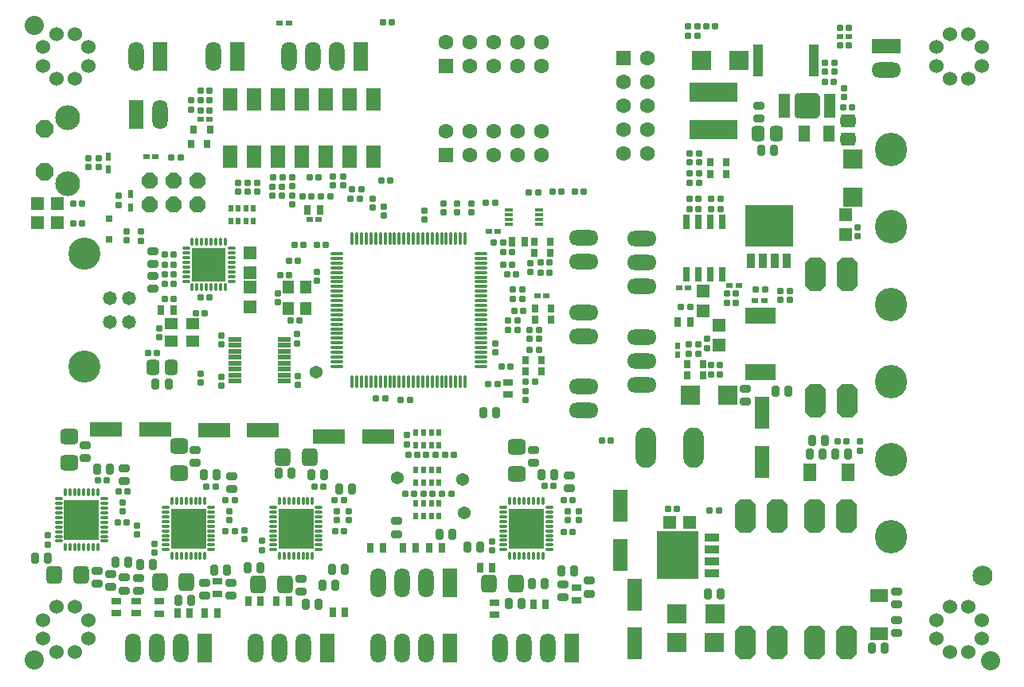
<source format=gts>
G04 Layer_Color=8388736*
%FSLAX25Y25*%
%MOIN*%
G70*
G01*
G75*
%ADD44C,0.06000*%
%ADD119C,0.03000*%
%ADD123C,0.08400*%
%ADD216C,0.06305*%
%ADD217R,0.05300X0.01700*%
%ADD218R,0.04600X0.01300*%
G04:AMPARAMS|DCode=219|XSize=26mil|YSize=28mil|CornerRadius=6.4mil|HoleSize=0mil|Usage=FLASHONLY|Rotation=180.000|XOffset=0mil|YOffset=0mil|HoleType=Round|Shape=RoundedRectangle|*
%AMROUNDEDRECTD219*
21,1,0.02600,0.01520,0,0,180.0*
21,1,0.01320,0.02800,0,0,180.0*
1,1,0.01280,-0.00660,0.00760*
1,1,0.01280,0.00660,0.00760*
1,1,0.01280,0.00660,-0.00760*
1,1,0.01280,-0.00660,-0.00760*
%
%ADD219ROUNDEDRECTD219*%
G04:AMPARAMS|DCode=220|XSize=27.62mil|YSize=28mil|CornerRadius=6.72mil|HoleSize=0mil|Usage=FLASHONLY|Rotation=90.000|XOffset=0mil|YOffset=0mil|HoleType=Round|Shape=RoundedRectangle|*
%AMROUNDEDRECTD220*
21,1,0.02762,0.01455,0,0,90.0*
21,1,0.01417,0.02800,0,0,90.0*
1,1,0.01345,0.00728,0.00709*
1,1,0.01345,0.00728,-0.00709*
1,1,0.01345,-0.00728,-0.00709*
1,1,0.01345,-0.00728,0.00709*
%
%ADD220ROUNDEDRECTD220*%
G04:AMPARAMS|DCode=221|XSize=109mil|YSize=109mil|CornerRadius=28.25mil|HoleSize=0mil|Usage=FLASHONLY|Rotation=180.000|XOffset=0mil|YOffset=0mil|HoleType=Round|Shape=RoundedRectangle|*
%AMROUNDEDRECTD221*
21,1,0.10900,0.05250,0,0,180.0*
21,1,0.05250,0.10900,0,0,180.0*
1,1,0.05650,-0.02625,0.02625*
1,1,0.05650,0.02625,0.02625*
1,1,0.05650,0.02625,-0.02625*
1,1,0.05650,-0.02625,-0.02625*
%
%ADD221ROUNDEDRECTD221*%
%ADD222R,0.04816X0.01965*%
G04:AMPARAMS|DCode=223|XSize=14.96mil|YSize=35.43mil|CornerRadius=6.38mil|HoleSize=0mil|Usage=FLASHONLY|Rotation=180.000|XOffset=0mil|YOffset=0mil|HoleType=Round|Shape=RoundedRectangle|*
%AMROUNDEDRECTD223*
21,1,0.01496,0.02268,0,0,180.0*
21,1,0.00220,0.03543,0,0,180.0*
1,1,0.01276,-0.00110,0.01134*
1,1,0.01276,0.00110,0.01134*
1,1,0.01276,0.00110,-0.01134*
1,1,0.01276,-0.00110,-0.01134*
%
%ADD223ROUNDEDRECTD223*%
G04:AMPARAMS|DCode=224|XSize=14.96mil|YSize=35.43mil|CornerRadius=6.38mil|HoleSize=0mil|Usage=FLASHONLY|Rotation=270.000|XOffset=0mil|YOffset=0mil|HoleType=Round|Shape=RoundedRectangle|*
%AMROUNDEDRECTD224*
21,1,0.01496,0.02268,0,0,270.0*
21,1,0.00220,0.03543,0,0,270.0*
1,1,0.01276,-0.01134,-0.00110*
1,1,0.01276,-0.01134,0.00110*
1,1,0.01276,0.01134,0.00110*
1,1,0.01276,0.01134,-0.00110*
%
%ADD224ROUNDEDRECTD224*%
%ADD225R,0.14100X0.14100*%
%ADD226R,0.03550X0.01565*%
%ADD227R,0.03038X0.03865*%
%ADD228R,0.02565X0.02368*%
%ADD229R,0.02368X0.02565*%
%ADD230O,0.05518X0.01384*%
%ADD231O,0.01384X0.05518*%
%ADD232R,0.03865X0.03038*%
G04:AMPARAMS|DCode=233|XSize=26mil|YSize=28mil|CornerRadius=6.4mil|HoleSize=0mil|Usage=FLASHONLY|Rotation=270.000|XOffset=0mil|YOffset=0mil|HoleType=Round|Shape=RoundedRectangle|*
%AMROUNDEDRECTD233*
21,1,0.02600,0.01520,0,0,270.0*
21,1,0.01320,0.02800,0,0,270.0*
1,1,0.01280,-0.00760,-0.00660*
1,1,0.01280,-0.00760,0.00660*
1,1,0.01280,0.00760,0.00660*
1,1,0.01280,0.00760,-0.00660*
%
%ADD233ROUNDEDRECTD233*%
%ADD234R,0.03200X0.06000*%
%ADD235R,0.20100X0.17400*%
%ADD236R,0.17400X0.20100*%
%ADD237R,0.06000X0.03200*%
G04:AMPARAMS|DCode=238|XSize=33.13mil|YSize=43.37mil|CornerRadius=7.83mil|HoleSize=0mil|Usage=FLASHONLY|Rotation=180.000|XOffset=0mil|YOffset=0mil|HoleType=Round|Shape=RoundedRectangle|*
%AMROUNDEDRECTD238*
21,1,0.03313,0.02772,0,0,180.0*
21,1,0.01748,0.04337,0,0,180.0*
1,1,0.01565,-0.00874,0.01386*
1,1,0.01565,0.00874,0.01386*
1,1,0.01565,0.00874,-0.01386*
1,1,0.01565,-0.00874,-0.01386*
%
%ADD238ROUNDEDRECTD238*%
G04:AMPARAMS|DCode=239|XSize=33.13mil|YSize=43.37mil|CornerRadius=7.83mil|HoleSize=0mil|Usage=FLASHONLY|Rotation=270.000|XOffset=0mil|YOffset=0mil|HoleType=Round|Shape=RoundedRectangle|*
%AMROUNDEDRECTD239*
21,1,0.03313,0.02772,0,0,270.0*
21,1,0.01748,0.04337,0,0,270.0*
1,1,0.01565,-0.01386,-0.00874*
1,1,0.01565,-0.01386,0.00874*
1,1,0.01565,0.01386,0.00874*
1,1,0.01565,0.01386,-0.00874*
%
%ADD239ROUNDEDRECTD239*%
%ADD240R,0.05912X0.13786*%
%ADD241R,0.13786X0.05912*%
G04:AMPARAMS|DCode=242|XSize=56mil|YSize=64mil|CornerRadius=15mil|HoleSize=0mil|Usage=FLASHONLY|Rotation=0.000|XOffset=0mil|YOffset=0mil|HoleType=Round|Shape=RoundedRectangle|*
%AMROUNDEDRECTD242*
21,1,0.05600,0.03400,0,0,0.0*
21,1,0.02600,0.06400,0,0,0.0*
1,1,0.03000,0.01300,-0.01700*
1,1,0.03000,-0.01300,-0.01700*
1,1,0.03000,-0.01300,0.01700*
1,1,0.03000,0.01300,0.01700*
%
%ADD242ROUNDEDRECTD242*%
G04:AMPARAMS|DCode=243|XSize=56mil|YSize=64mil|CornerRadius=15mil|HoleSize=0mil|Usage=FLASHONLY|Rotation=270.000|XOffset=0mil|YOffset=0mil|HoleType=Round|Shape=RoundedRectangle|*
%AMROUNDEDRECTD243*
21,1,0.05600,0.03400,0,0,270.0*
21,1,0.02600,0.06400,0,0,270.0*
1,1,0.03000,-0.01700,-0.01300*
1,1,0.03000,-0.01700,0.01300*
1,1,0.03000,0.01700,0.01300*
1,1,0.03000,0.01700,-0.01300*
%
%ADD243ROUNDEDRECTD243*%
%ADD244R,0.04731X0.07093*%
G04:AMPARAMS|DCode=245|XSize=67mil|YSize=75mil|CornerRadius=17.75mil|HoleSize=0mil|Usage=FLASHONLY|Rotation=180.000|XOffset=0mil|YOffset=0mil|HoleType=Round|Shape=RoundedRectangle|*
%AMROUNDEDRECTD245*
21,1,0.06700,0.03950,0,0,180.0*
21,1,0.03150,0.07500,0,0,180.0*
1,1,0.03550,-0.01575,0.01975*
1,1,0.03550,0.01575,0.01975*
1,1,0.03550,0.01575,-0.01975*
1,1,0.03550,-0.01575,-0.01975*
%
%ADD245ROUNDEDRECTD245*%
G04:AMPARAMS|DCode=246|XSize=67mil|YSize=75mil|CornerRadius=17.75mil|HoleSize=0mil|Usage=FLASHONLY|Rotation=90.000|XOffset=0mil|YOffset=0mil|HoleType=Round|Shape=RoundedRectangle|*
%AMROUNDEDRECTD246*
21,1,0.06700,0.03950,0,0,90.0*
21,1,0.03150,0.07500,0,0,90.0*
1,1,0.03550,0.01975,0.01575*
1,1,0.03550,0.01975,-0.01575*
1,1,0.03550,-0.01975,-0.01575*
1,1,0.03550,-0.01975,0.01575*
%
%ADD246ROUNDEDRECTD246*%
%ADD247R,0.02400X0.03000*%
%ADD248R,0.03943X0.13392*%
%ADD249R,0.05400X0.01900*%
G04:AMPARAMS|DCode=250|XSize=80mil|YSize=80mil|CornerRadius=40mil|HoleSize=0mil|Usage=FLASHONLY|Rotation=0.000|XOffset=0mil|YOffset=0mil|HoleType=Round|Shape=RoundedRectangle|*
%AMROUNDEDRECTD250*
21,1,0.08000,0.00000,0,0,0.0*
21,1,0.00000,0.08000,0,0,0.0*
1,1,0.08000,0.00000,0.00000*
1,1,0.08000,0.00000,0.00000*
1,1,0.08000,0.00000,0.00000*
1,1,0.08000,0.00000,0.00000*
%
%ADD250ROUNDEDRECTD250*%
%ADD251R,0.02800X0.06400*%
%ADD252R,0.05200X0.05200*%
%ADD253R,0.05833X0.07487*%
%ADD254R,0.05600X0.04600*%
%ADD255R,0.02762X0.03550*%
%ADD256R,0.08300X0.08300*%
%ADD257R,0.02400X0.03200*%
%ADD258R,0.08300X0.08300*%
%ADD259R,0.13000X0.06700*%
%ADD260R,0.02800X0.02800*%
%ADD261R,0.05200X0.05200*%
%ADD262R,0.04600X0.05600*%
%ADD263R,0.20479X0.08215*%
G04:AMPARAMS|DCode=264|XSize=54mil|YSize=54mil|CornerRadius=27mil|HoleSize=0mil|Usage=FLASHONLY|Rotation=270.000|XOffset=0mil|YOffset=0mil|HoleType=Round|Shape=RoundedRectangle|*
%AMROUNDEDRECTD264*
21,1,0.05400,0.00000,0,0,270.0*
21,1,0.00000,0.05400,0,0,270.0*
1,1,0.05400,0.00000,0.00000*
1,1,0.05400,0.00000,0.00000*
1,1,0.05400,0.00000,0.00000*
1,1,0.05400,0.00000,0.00000*
%
%ADD264ROUNDEDRECTD264*%
%ADD265R,0.06305X0.09573*%
%ADD266R,0.07487X0.05833*%
%ADD267R,0.14573X0.16542*%
%ADD268O,0.01384X0.03747*%
%ADD269O,0.03747X0.01384*%
%ADD270O,0.13400X0.14000*%
%ADD271R,0.06305X0.06305*%
%ADD272C,0.06305*%
%ADD273O,0.06400X0.12400*%
%ADD274R,0.06400X0.12400*%
%ADD275R,0.06305X0.06305*%
%ADD276O,0.12400X0.06400*%
%ADD277O,0.08650X0.16900*%
%ADD278P,0.07144X8X22.5*%
%ADD279C,0.13450*%
%ADD280C,0.05800*%
%ADD281C,0.10400*%
%ADD282P,0.08010X8X292.5*%
G04:AMPARAMS|DCode=283|XSize=137mil|YSize=87mil|CornerRadius=0mil|HoleSize=0mil|Usage=FLASHONLY|Rotation=270.000|XOffset=0mil|YOffset=0mil|HoleType=Round|Shape=Octagon|*
%AMOCTAGOND283*
4,1,8,-0.02175,-0.06850,0.02175,-0.06850,0.04350,-0.04675,0.04350,0.04675,0.02175,0.06850,-0.02175,0.06850,-0.04350,0.04675,-0.04350,-0.04675,-0.02175,-0.06850,0.0*
%
%ADD283OCTAGOND283*%

%ADD284R,0.12400X0.06400*%
%ADD285C,0.02600*%
G54D44*
X314650Y-209052D02*
D03*
Y-201178D02*
D03*
X309138Y-195666D02*
D03*
X301264D02*
D03*
X295752Y-201178D02*
D03*
Y-209052D02*
D03*
X301264Y-214564D02*
D03*
X309138D02*
D03*
X314650Y31106D02*
D03*
Y38980D02*
D03*
X309138Y44491D02*
D03*
X301264D02*
D03*
X295752Y38980D02*
D03*
Y31106D02*
D03*
X301264Y25594D02*
D03*
X309138D02*
D03*
X-59366Y31106D02*
D03*
Y38980D02*
D03*
X-64878Y44491D02*
D03*
X-72752D02*
D03*
X-78264Y38980D02*
D03*
Y31106D02*
D03*
X-72752Y25594D02*
D03*
X-64878D02*
D03*
X-59366Y-209052D02*
D03*
Y-201178D02*
D03*
X-64878Y-195666D02*
D03*
X-72752D02*
D03*
X-78264Y-201178D02*
D03*
Y-209052D02*
D03*
X-72752Y-214564D02*
D03*
X-64878D02*
D03*
G54D119*
X-8925Y-52225D02*
D03*
Y-48485D02*
D03*
X-12694Y-48449D02*
D03*
X-12646Y-52225D02*
D03*
X-12665Y-56064D02*
D03*
X-8925Y-55965D02*
D03*
X-5185D02*
D03*
Y-52225D02*
D03*
Y-48485D02*
D03*
X229688Y-41948D02*
D03*
X233688D02*
D03*
Y-37948D02*
D03*
X229688D02*
D03*
Y-33948D02*
D03*
X233688D02*
D03*
Y-29948D02*
D03*
X229688D02*
D03*
X221688D02*
D03*
X217688D02*
D03*
Y-33948D02*
D03*
X221688D02*
D03*
Y-37948D02*
D03*
X217688D02*
D03*
Y-41948D02*
D03*
X221688D02*
D03*
X225688D02*
D03*
Y-37948D02*
D03*
Y-29948D02*
D03*
Y-33948D02*
D03*
X185156Y-174057D02*
D03*
X181156D02*
D03*
X189156D02*
D03*
X193156D02*
D03*
Y-178058D02*
D03*
Y-182057D02*
D03*
X189156D02*
D03*
Y-178058D02*
D03*
X185156D02*
D03*
Y-182057D02*
D03*
X181156D02*
D03*
Y-178058D02*
D03*
Y-170057D02*
D03*
Y-166058D02*
D03*
X185156D02*
D03*
Y-170057D02*
D03*
X189156D02*
D03*
Y-166058D02*
D03*
X193156D02*
D03*
Y-170057D02*
D03*
X-66494Y-152724D02*
D03*
X-57832Y-165716D02*
D03*
X-62163D02*
D03*
X-66494D02*
D03*
X-57832Y-161385D02*
D03*
X-62163D02*
D03*
X-66494D02*
D03*
X-57832Y-157054D02*
D03*
X-62163D02*
D03*
X-66494D02*
D03*
X-57832Y-152724D02*
D03*
X-62163D02*
D03*
X-17425Y-156324D02*
D03*
X-13094D02*
D03*
X-21756Y-160654D02*
D03*
X-17425D02*
D03*
X-13094D02*
D03*
X-21756Y-164985D02*
D03*
X-17425D02*
D03*
X-13094D02*
D03*
X-21756Y-169316D02*
D03*
X-17425D02*
D03*
X-13094D02*
D03*
X-21756Y-156324D02*
D03*
X23244D02*
D03*
X31905Y-169316D02*
D03*
X27575D02*
D03*
X23244D02*
D03*
X31905Y-164985D02*
D03*
X27575D02*
D03*
X23244D02*
D03*
X31905Y-160654D02*
D03*
X27575D02*
D03*
X23244D02*
D03*
X31905Y-156324D02*
D03*
X27575D02*
D03*
X123975D02*
D03*
X128305D02*
D03*
X119644Y-160654D02*
D03*
X123975D02*
D03*
X128305D02*
D03*
X119644Y-164985D02*
D03*
X123975D02*
D03*
X128305D02*
D03*
X119644Y-169316D02*
D03*
X123975D02*
D03*
X128305D02*
D03*
X119644Y-156324D02*
D03*
G54D123*
X315142Y-182674D02*
D03*
G54D216*
X174743Y-5654D02*
D03*
Y4346D02*
D03*
Y14346D02*
D03*
Y24346D02*
D03*
Y34346D02*
D03*
G54D217*
X2038Y-83471D02*
D03*
Y-85971D02*
D03*
X2037Y-88471D02*
D03*
Y-90971D02*
D03*
X2038Y-93471D02*
D03*
X2037Y-95971D02*
D03*
Y-98471D02*
D03*
X2038Y-100971D02*
D03*
X22537Y-100971D02*
D03*
X22537Y-98471D02*
D03*
X22537Y-95971D02*
D03*
X22537Y-93471D02*
D03*
X22537Y-90971D02*
D03*
X22537Y-88471D02*
D03*
X22537Y-85971D02*
D03*
X22537Y-83471D02*
D03*
G54D218*
X2087Y-83471D02*
D03*
X2087Y-85971D02*
D03*
X2087Y-88471D02*
D03*
Y-90971D02*
D03*
X2087Y-93471D02*
D03*
X2087Y-95971D02*
D03*
Y-98471D02*
D03*
X2087Y-100971D02*
D03*
X22487D02*
D03*
X22487Y-98471D02*
D03*
Y-95971D02*
D03*
X22487Y-93471D02*
D03*
X22487Y-90971D02*
D03*
X22487Y-88471D02*
D03*
X22487Y-85971D02*
D03*
X22487Y-83471D02*
D03*
G54D219*
X254200Y-126300D02*
D03*
X257990D02*
D03*
X207885Y-64425D02*
D03*
X211675D02*
D03*
X34165Y-23625D02*
D03*
X30375D02*
D03*
X118985Y-71525D02*
D03*
X122775D02*
D03*
X40065Y-43925D02*
D03*
X36275D02*
D03*
X30665D02*
D03*
X26875D02*
D03*
X207885Y-68325D02*
D03*
X211675D02*
D03*
X205145Y-94125D02*
D03*
X201375D02*
D03*
X143445Y-164225D02*
D03*
X139675D02*
D03*
X131575Y-145025D02*
D03*
X135345D02*
D03*
X139605Y-150925D02*
D03*
X143375D02*
D03*
X44075Y-163825D02*
D03*
X47845D02*
D03*
X35275Y-145125D02*
D03*
X39045D02*
D03*
X47575Y-150925D02*
D03*
X43805D02*
D03*
X1945Y-164025D02*
D03*
X-1825D02*
D03*
X-9825Y-145125D02*
D03*
X-6055D02*
D03*
X-1857Y-151025D02*
D03*
X1913D02*
D03*
X248975Y24375D02*
D03*
X252745D02*
D03*
X118505Y-62725D02*
D03*
X122275D02*
D03*
X73267Y-148181D02*
D03*
X77037D02*
D03*
X78432Y-131843D02*
D03*
X74662D02*
D03*
X81042Y-148181D02*
D03*
X84812D02*
D03*
X85913Y-131843D02*
D03*
X82143D02*
D03*
X92618Y-148280D02*
D03*
X88848D02*
D03*
X89948Y-131941D02*
D03*
X93718D02*
D03*
X118075Y-47025D02*
D03*
X114305D02*
D03*
X119699Y-56296D02*
D03*
X115929D02*
D03*
X25267Y-75705D02*
D03*
X29037D02*
D03*
X-8690Y-66047D02*
D03*
X-12460D02*
D03*
X-10525Y-72525D02*
D03*
X-14295D02*
D03*
X-27325Y-47925D02*
D03*
X-23555D02*
D03*
X20905Y-56575D02*
D03*
X24675D02*
D03*
X-27325Y-60325D02*
D03*
X-23555D02*
D03*
X-34295Y-89225D02*
D03*
X-30525D02*
D03*
X71466Y-109046D02*
D03*
X75236D02*
D03*
X118124Y-52162D02*
D03*
X114354D02*
D03*
X-43155Y-160225D02*
D03*
X-46925D02*
D03*
X-55425Y-142525D02*
D03*
X-51655D02*
D03*
X-46595Y-147425D02*
D03*
X-42825D02*
D03*
X159375Y-126025D02*
D03*
X155605D02*
D03*
X67745Y49375D02*
D03*
X63975D02*
D03*
X199375Y47575D02*
D03*
X203145D02*
D03*
X-27325Y-66725D02*
D03*
X-23555D02*
D03*
X-20700Y-7300D02*
D03*
X-24490D02*
D03*
X-12300Y16600D02*
D03*
X-8510D02*
D03*
X-12300Y20700D02*
D03*
X-8510D02*
D03*
X-8500Y12400D02*
D03*
X-12290D02*
D03*
X255375Y39775D02*
D03*
X259165D02*
D03*
X259175Y47175D02*
D03*
X255385D02*
D03*
X201375Y-98425D02*
D03*
X205165D02*
D03*
X123785Y-101225D02*
D03*
X127575D02*
D03*
X118475Y-66525D02*
D03*
X122265D02*
D03*
X192175Y-89625D02*
D03*
X195965D02*
D03*
X195975Y-85625D02*
D03*
X192185D02*
D03*
X50475Y-24525D02*
D03*
X54265D02*
D03*
X21900Y-15500D02*
D03*
X18130D02*
D03*
X256585Y13875D02*
D03*
X260375D02*
D03*
X201500Y-24500D02*
D03*
X205290D02*
D03*
X129975Y-51425D02*
D03*
X133765D02*
D03*
X188810Y-69900D02*
D03*
X192600D02*
D03*
X-27315Y-52225D02*
D03*
X-23525D02*
D03*
Y-56325D02*
D03*
X-27315D02*
D03*
X110475Y-42825D02*
D03*
X114265D02*
D03*
X220085Y-62525D02*
D03*
X223875D02*
D03*
X110975Y-26325D02*
D03*
X107185D02*
D03*
X200785Y-155125D02*
D03*
X204575D02*
D03*
X183275Y-154525D02*
D03*
X187065D02*
D03*
X125485Y-87925D02*
D03*
X129275D02*
D03*
X-61925Y-34825D02*
D03*
X-65715D02*
D03*
X133765Y-55625D02*
D03*
X129975D02*
D03*
X195990Y-24500D02*
D03*
X192200D02*
D03*
X205300Y-28800D02*
D03*
X201510D02*
D03*
X192210D02*
D03*
X196000D02*
D03*
X128875Y-21825D02*
D03*
X125085D02*
D03*
X-61900Y-26725D02*
D03*
X-65690D02*
D03*
X117475Y-95075D02*
D03*
X113685D02*
D03*
X120275Y-75575D02*
D03*
X116485D02*
D03*
X120275Y-79475D02*
D03*
X116485D02*
D03*
X54975Y-20625D02*
D03*
X51185D02*
D03*
X28475Y-50725D02*
D03*
X24685D02*
D03*
X64945Y-108425D02*
D03*
X61155D02*
D03*
X108175Y-102425D02*
D03*
X111965D02*
D03*
X67175Y-16825D02*
D03*
X63385D02*
D03*
X41975Y-23725D02*
D03*
X38185D02*
D03*
X37175Y-15625D02*
D03*
X33385D02*
D03*
X138675Y-21625D02*
D03*
X134885D02*
D03*
X148075Y-21725D02*
D03*
X144285D02*
D03*
G54D220*
X263800Y-126400D02*
D03*
Y-130190D02*
D03*
G54D221*
X241543Y14432D02*
D03*
G54D222*
X250992Y10495D02*
D03*
Y12464D02*
D03*
Y14432D02*
D03*
Y16401D02*
D03*
Y18369D02*
D03*
X232095Y10495D02*
D03*
Y12464D02*
D03*
Y14432D02*
D03*
Y16401D02*
D03*
Y18369D02*
D03*
G54D223*
X-15815Y-61674D02*
D03*
X-13847D02*
D03*
X-11878D02*
D03*
X-9909D02*
D03*
X-7941D02*
D03*
X-5972D02*
D03*
X-4004D02*
D03*
X-2035D02*
D03*
Y-42725D02*
D03*
X-4004D02*
D03*
X-5972D02*
D03*
X-7941D02*
D03*
X-9909D02*
D03*
X-11878D02*
D03*
X-13847D02*
D03*
X-15815D02*
D03*
G54D224*
X524Y-59115D02*
D03*
Y-57146D02*
D03*
Y-55178D02*
D03*
Y-53209D02*
D03*
Y-51241D02*
D03*
Y-49272D02*
D03*
Y-47304D02*
D03*
Y-45335D02*
D03*
X-18425D02*
D03*
Y-47304D02*
D03*
Y-49272D02*
D03*
Y-51241D02*
D03*
Y-53209D02*
D03*
Y-55178D02*
D03*
Y-57146D02*
D03*
Y-59115D02*
D03*
G54D225*
X-8925Y-52225D02*
D03*
G54D226*
X129299Y-35153D02*
D03*
Y-33184D02*
D03*
Y-31216D02*
D03*
Y-29247D02*
D03*
X116701Y-35153D02*
D03*
Y-33184D02*
D03*
Y-31216D02*
D03*
Y-29247D02*
D03*
G54D227*
X192618Y-76100D02*
D03*
X187382D02*
D03*
X126857Y-194525D02*
D03*
X132093D02*
D03*
X83357Y-171025D02*
D03*
X88593D02*
D03*
X72457D02*
D03*
X77693D02*
D03*
X58757D02*
D03*
X63993D02*
D03*
X37693Y-29125D02*
D03*
X32457D02*
D03*
X24618Y-193400D02*
D03*
X19382D02*
D03*
X109793Y-179225D02*
D03*
X104557D02*
D03*
X118057Y-42625D02*
D03*
X123293D02*
D03*
X-28843Y-71325D02*
D03*
X-23607D02*
D03*
X-22118Y-198200D02*
D03*
X-16882D02*
D03*
X-10518Y-198300D02*
D03*
X-5282D02*
D03*
X7582Y-193400D02*
D03*
X12818D02*
D03*
X42882Y-197800D02*
D03*
X48118D02*
D03*
G54D228*
X188030Y-62000D02*
D03*
X191770D02*
D03*
X20805Y49025D02*
D03*
X24545D02*
D03*
X-34995Y-6875D02*
D03*
X-31255D02*
D03*
X132445Y-65225D02*
D03*
X128705D02*
D03*
X209130Y-60900D02*
D03*
X212870D02*
D03*
X37145Y-33125D02*
D03*
X33405D02*
D03*
X223545Y-67325D02*
D03*
X219805D02*
D03*
X-12270Y8600D02*
D03*
X-8530D02*
D03*
X108255Y-38225D02*
D03*
X111995D02*
D03*
X255305Y43475D02*
D03*
X259045D02*
D03*
G54D229*
X187500Y-86330D02*
D03*
Y-90070D02*
D03*
G54D230*
X104872Y-47603D02*
D03*
Y-49572D02*
D03*
Y-51540D02*
D03*
Y-53509D02*
D03*
Y-55477D02*
D03*
Y-57446D02*
D03*
Y-59414D02*
D03*
Y-61383D02*
D03*
Y-63351D02*
D03*
Y-65320D02*
D03*
Y-67288D02*
D03*
Y-69257D02*
D03*
Y-71225D02*
D03*
Y-73194D02*
D03*
Y-75162D02*
D03*
Y-77131D02*
D03*
Y-79099D02*
D03*
Y-81068D02*
D03*
Y-83036D02*
D03*
Y-85005D02*
D03*
Y-86973D02*
D03*
Y-88942D02*
D03*
Y-90910D02*
D03*
Y-92879D02*
D03*
Y-94847D02*
D03*
X44635D02*
D03*
Y-92879D02*
D03*
Y-90910D02*
D03*
Y-88942D02*
D03*
Y-86973D02*
D03*
Y-85005D02*
D03*
Y-83036D02*
D03*
Y-81068D02*
D03*
Y-79099D02*
D03*
Y-77131D02*
D03*
Y-75162D02*
D03*
Y-73194D02*
D03*
Y-71225D02*
D03*
Y-69257D02*
D03*
Y-67288D02*
D03*
Y-65320D02*
D03*
Y-63351D02*
D03*
Y-61383D02*
D03*
Y-59414D02*
D03*
Y-57446D02*
D03*
Y-55477D02*
D03*
Y-53509D02*
D03*
Y-51540D02*
D03*
Y-49572D02*
D03*
Y-47603D02*
D03*
G54D231*
X98376Y-101343D02*
D03*
X96407D02*
D03*
X94439D02*
D03*
X92470D02*
D03*
X90502D02*
D03*
X88533D02*
D03*
X86565D02*
D03*
X84596D02*
D03*
X82628D02*
D03*
X80659D02*
D03*
X78690D02*
D03*
X76722D02*
D03*
X74753D02*
D03*
X72785D02*
D03*
X70816D02*
D03*
X68848D02*
D03*
X66879D02*
D03*
X64911D02*
D03*
X62942D02*
D03*
X60974D02*
D03*
X59005D02*
D03*
X57037D02*
D03*
X55068D02*
D03*
X53100D02*
D03*
X51131D02*
D03*
Y-41107D02*
D03*
X53100D02*
D03*
X55068D02*
D03*
X57037D02*
D03*
X59005D02*
D03*
X60974D02*
D03*
X62942D02*
D03*
X64911D02*
D03*
X66879D02*
D03*
X68848D02*
D03*
X70816D02*
D03*
X72785D02*
D03*
X74753D02*
D03*
X76722D02*
D03*
X78690D02*
D03*
X80659D02*
D03*
X82628D02*
D03*
X84596D02*
D03*
X86565D02*
D03*
X88533D02*
D03*
X90502D02*
D03*
X92470D02*
D03*
X94439D02*
D03*
X96407D02*
D03*
X98376D02*
D03*
G54D232*
X144875Y-187707D02*
D03*
Y-192943D02*
D03*
X110775Y-193807D02*
D03*
Y-199043D02*
D03*
X-39200Y-193182D02*
D03*
Y-198418D02*
D03*
X116375Y-106743D02*
D03*
Y-101507D02*
D03*
X-47500Y-193182D02*
D03*
Y-198418D02*
D03*
X-29700Y-193200D02*
D03*
Y-198436D02*
D03*
X-5200Y-184882D02*
D03*
Y-190118D02*
D03*
G54D233*
X234500Y-63210D02*
D03*
Y-67000D02*
D03*
X230400Y-63210D02*
D03*
Y-67000D02*
D03*
X196275Y-9375D02*
D03*
Y-5605D02*
D03*
X109775Y-171995D02*
D03*
Y-168225D02*
D03*
X141275Y-159325D02*
D03*
Y-155555D02*
D03*
X13375Y-171795D02*
D03*
Y-168025D02*
D03*
X44775Y-155555D02*
D03*
Y-159325D02*
D03*
X-31725Y-172895D02*
D03*
Y-169125D02*
D03*
X-225Y-159425D02*
D03*
Y-155655D02*
D03*
X-43472Y-38325D02*
D03*
Y-42095D02*
D03*
X-3658Y-81985D02*
D03*
Y-85755D02*
D03*
X28134Y-85165D02*
D03*
Y-81395D02*
D03*
X28232Y-102661D02*
D03*
Y-98891D02*
D03*
X-3559Y-99180D02*
D03*
Y-102950D02*
D03*
X81375Y-33295D02*
D03*
Y-29525D02*
D03*
X19875Y-64155D02*
D03*
Y-67925D02*
D03*
X-29625Y-82595D02*
D03*
Y-78825D02*
D03*
X-59225Y-11325D02*
D03*
Y-7555D02*
D03*
X111075Y-85298D02*
D03*
Y-89068D02*
D03*
X36375Y-55255D02*
D03*
Y-59025D02*
D03*
X-44825Y-155725D02*
D03*
Y-151955D02*
D03*
X-76325Y-169495D02*
D03*
Y-165725D02*
D03*
X-16400Y12900D02*
D03*
Y16690D02*
D03*
X-12400Y-97810D02*
D03*
Y-101600D02*
D03*
X192275Y-5585D02*
D03*
Y-9375D02*
D03*
X191600Y43810D02*
D03*
Y47600D02*
D03*
X195600Y43810D02*
D03*
Y47600D02*
D03*
X125375Y-83415D02*
D03*
Y-79625D02*
D03*
X196325Y-17825D02*
D03*
Y-14035D02*
D03*
X47225Y-18915D02*
D03*
Y-15125D02*
D03*
X25875Y-27015D02*
D03*
Y-23225D02*
D03*
X11500Y-21700D02*
D03*
Y-17930D02*
D03*
X7400Y-21700D02*
D03*
Y-17930D02*
D03*
X146075Y-155525D02*
D03*
Y-159315D02*
D03*
X49575D02*
D03*
Y-155525D02*
D03*
X5875Y-163625D02*
D03*
Y-167415D02*
D03*
X253175Y32365D02*
D03*
Y28575D02*
D03*
X249175Y28585D02*
D03*
Y32375D02*
D03*
X256975Y18085D02*
D03*
Y21875D02*
D03*
X125775Y-51635D02*
D03*
Y-55425D02*
D03*
X123775Y-109025D02*
D03*
Y-105235D02*
D03*
X129475Y-83415D02*
D03*
Y-79625D02*
D03*
X59775Y-24535D02*
D03*
Y-28325D02*
D03*
X-37472Y-42124D02*
D03*
Y-38335D02*
D03*
X199775Y-87125D02*
D03*
Y-83335D02*
D03*
X262800Y-40290D02*
D03*
Y-36500D02*
D03*
X-46628Y-27204D02*
D03*
Y-23414D02*
D03*
X-55125Y-7535D02*
D03*
Y-11325D02*
D03*
X-39025Y-161625D02*
D03*
Y-165415D02*
D03*
X192225Y-17825D02*
D03*
Y-14035D02*
D03*
X3400Y-17900D02*
D03*
Y-21690D02*
D03*
X17700Y-23290D02*
D03*
Y-19500D02*
D03*
X21800D02*
D03*
Y-23290D02*
D03*
X73900Y-127500D02*
D03*
Y-123710D02*
D03*
X25875Y-15435D02*
D03*
Y-19225D02*
D03*
X100875Y-26525D02*
D03*
Y-30315D02*
D03*
X95175Y-26525D02*
D03*
Y-30315D02*
D03*
X89375Y-26625D02*
D03*
Y-30415D02*
D03*
X43125Y-15125D02*
D03*
Y-18915D02*
D03*
X64275Y-31625D02*
D03*
Y-27835D02*
D03*
G54D234*
X218188Y-50487D02*
D03*
X223188D02*
D03*
X228188D02*
D03*
X233188D02*
D03*
G54D235*
X225688Y-36048D02*
D03*
G54D236*
X187256Y-174057D02*
D03*
G54D237*
X201695Y-166558D02*
D03*
Y-171557D02*
D03*
Y-176558D02*
D03*
Y-181558D02*
D03*
G54D238*
X126298Y-185925D02*
D03*
X131652D02*
D03*
X104752Y-170525D02*
D03*
X99398D02*
D03*
X122052Y-194125D02*
D03*
X116698D02*
D03*
X135652Y-140325D02*
D03*
X130298D02*
D03*
X138698Y-180725D02*
D03*
X144052D02*
D03*
X7498Y-179325D02*
D03*
X12852D02*
D03*
X38598Y-186625D02*
D03*
X43952D02*
D03*
X20198Y-139725D02*
D03*
X25552D02*
D03*
X93052Y-165125D02*
D03*
X87698D02*
D03*
X45598Y-146125D02*
D03*
X50952D02*
D03*
X33998Y-140425D02*
D03*
X39352D02*
D03*
X48052Y-180025D02*
D03*
X42698D02*
D03*
X-10902Y-140425D02*
D03*
X-5548D02*
D03*
X-1148Y-180125D02*
D03*
X-6502D02*
D03*
X-16148Y-192825D02*
D03*
X-21502D02*
D03*
X-32223Y-177900D02*
D03*
X-37577D02*
D03*
X31698Y-194625D02*
D03*
X37052D02*
D03*
X243548Y-125875D02*
D03*
X248902D02*
D03*
X242798Y-131625D02*
D03*
X248152D02*
D03*
X253498D02*
D03*
X258852D02*
D03*
X227552Y-4125D02*
D03*
X222198D02*
D03*
X233852Y-105125D02*
D03*
X228498D02*
D03*
X205352Y-190425D02*
D03*
X199998D02*
D03*
X-55502Y-137925D02*
D03*
X-50148D02*
D03*
X-42548Y-176925D02*
D03*
X-47902D02*
D03*
X-76248Y-175325D02*
D03*
X-81602D02*
D03*
X111252Y-114325D02*
D03*
X105898D02*
D03*
X-25798Y-102126D02*
D03*
X-31152D02*
D03*
X274152Y-213025D02*
D03*
X268798D02*
D03*
G54D239*
X126975Y-129848D02*
D03*
Y-135202D02*
D03*
X139275Y-186125D02*
D03*
Y-191480D02*
D03*
X150475Y-184748D02*
D03*
Y-190102D02*
D03*
X142075Y-140548D02*
D03*
Y-145902D02*
D03*
X29700Y-189277D02*
D03*
Y-183923D02*
D03*
X69675Y-165102D02*
D03*
Y-159748D02*
D03*
X-10600Y-190877D02*
D03*
Y-185523D02*
D03*
X-14625Y-129948D02*
D03*
Y-135302D02*
D03*
X200Y-190877D02*
D03*
Y-185523D02*
D03*
X675Y-140948D02*
D03*
Y-146302D02*
D03*
X215775Y-104148D02*
D03*
Y-109502D02*
D03*
X221375Y8998D02*
D03*
Y14352D02*
D03*
X-55625Y-180648D02*
D03*
Y-186002D02*
D03*
X-49925Y-187402D02*
D03*
Y-182048D02*
D03*
X-60625Y-128048D02*
D03*
Y-133402D02*
D03*
X-44175Y-188779D02*
D03*
Y-183425D02*
D03*
X-38375Y-183448D02*
D03*
Y-188802D02*
D03*
X-44225Y-142902D02*
D03*
Y-137548D02*
D03*
X-32425Y-51903D02*
D03*
Y-46548D02*
D03*
X-32425Y-62402D02*
D03*
Y-57048D02*
D03*
X279175Y-189348D02*
D03*
Y-194702D02*
D03*
Y-201148D02*
D03*
Y-206502D02*
D03*
G54D240*
X169375Y-190589D02*
D03*
Y-211061D02*
D03*
X163475Y-153389D02*
D03*
Y-173861D02*
D03*
X222575Y-114389D02*
D03*
Y-134861D02*
D03*
G54D241*
X41502Y-124325D02*
D03*
X61975D02*
D03*
X-6700Y-121500D02*
D03*
X13772D02*
D03*
X-51861Y-121125D02*
D03*
X-31389D02*
D03*
G54D242*
X221135Y2775D02*
D03*
X228675D02*
D03*
X-24685Y-95225D02*
D03*
X-32225D02*
D03*
G54D243*
X258575Y375D02*
D03*
Y7915D02*
D03*
G54D244*
X250791Y2675D02*
D03*
X240358D02*
D03*
G54D245*
X108375Y-186025D02*
D03*
X119573D02*
D03*
X22002Y-132900D02*
D03*
X33200D02*
D03*
X-18202Y-185200D02*
D03*
X-29400D02*
D03*
X11700Y-186100D02*
D03*
X22898D02*
D03*
X-73525Y-182125D02*
D03*
X-62327D02*
D03*
G54D246*
X120100Y-128600D02*
D03*
Y-139798D02*
D03*
X-21425Y-139624D02*
D03*
Y-128425D02*
D03*
X-67425Y-135424D02*
D03*
Y-124225D02*
D03*
G54D247*
X87372Y-157476D02*
D03*
X84222D02*
D03*
X81047D02*
D03*
X77847D02*
D03*
Y-152118D02*
D03*
X81047D02*
D03*
X84222D02*
D03*
X87372D02*
D03*
Y-138142D02*
D03*
X84222D02*
D03*
X81047D02*
D03*
X77847D02*
D03*
Y-143499D02*
D03*
X81047D02*
D03*
X84222D02*
D03*
X87372D02*
D03*
Y-127948D02*
D03*
X84222D02*
D03*
X81047D02*
D03*
X77847D02*
D03*
Y-122591D02*
D03*
X81047D02*
D03*
X84222D02*
D03*
X87372D02*
D03*
X9827Y-28639D02*
D03*
X6677D02*
D03*
X3502D02*
D03*
X302D02*
D03*
Y-33996D02*
D03*
X3502D02*
D03*
X6677D02*
D03*
X9827D02*
D03*
G54D248*
X220961Y33275D02*
D03*
X244189D02*
D03*
G54D249*
X2051Y-85971D02*
D03*
X22587Y-90971D02*
D03*
X2051Y-83471D02*
D03*
Y-88471D02*
D03*
Y-90971D02*
D03*
X22587Y-88471D02*
D03*
X22587Y-93521D02*
D03*
X22587Y-96021D02*
D03*
X2051D02*
D03*
X22587Y-101021D02*
D03*
X2051Y-93521D02*
D03*
Y-98521D02*
D03*
X22587D02*
D03*
X2051Y-101021D02*
D03*
X22587Y-85971D02*
D03*
Y-83471D02*
D03*
G54D250*
X-82102Y-218009D02*
D03*
X318193Y-218402D02*
D03*
X-82102Y48035D02*
D03*
G54D251*
X190875Y-56110D02*
D03*
X195875D02*
D03*
X205875D02*
D03*
X190875Y-34383D02*
D03*
X195875D02*
D03*
X205875D02*
D03*
X200875Y-56110D02*
D03*
Y-34383D02*
D03*
G54D252*
X-72291Y-26725D02*
D03*
X-80625D02*
D03*
X-72291Y-34725D02*
D03*
X-80625D02*
D03*
X183941Y-160225D02*
D03*
X192275D02*
D03*
G54D253*
X258785Y-139425D02*
D03*
X242565D02*
D03*
G54D254*
X-24653Y-77025D02*
D03*
X-15525D02*
D03*
Y-84367D02*
D03*
X-24653D02*
D03*
G54D255*
X134321Y-70625D02*
D03*
X127628D02*
D03*
X127428Y-42525D02*
D03*
X134121D02*
D03*
X127428Y-47125D02*
D03*
X134121D02*
D03*
X134321Y-75225D02*
D03*
X127628D02*
D03*
X123682Y-96825D02*
D03*
X130375D02*
D03*
X123628Y-92225D02*
D03*
X130321D02*
D03*
X200954Y-14100D02*
D03*
X207646D02*
D03*
X191428Y-98625D02*
D03*
X198121D02*
D03*
X191428Y-94025D02*
D03*
X198121D02*
D03*
X200954Y-9200D02*
D03*
X207646D02*
D03*
X-16346Y-1500D02*
D03*
X-9653D02*
D03*
X-15146Y4400D02*
D03*
X-8454D02*
D03*
G54D256*
X212975Y33275D02*
D03*
X197201D02*
D03*
X187146Y-198458D02*
D03*
X202921D02*
D03*
X192575Y-106925D02*
D03*
X208349D02*
D03*
X202830Y-210442D02*
D03*
X187056D02*
D03*
G54D257*
X-41608Y-22657D02*
D03*
Y-28168D02*
D03*
X-50925Y-6869D02*
D03*
Y-12381D02*
D03*
G54D258*
X260800Y-8000D02*
D03*
Y-23774D02*
D03*
G54D259*
X222008Y-73706D02*
D03*
Y-97417D02*
D03*
G54D260*
X-50508Y-32969D02*
D03*
Y-41700D02*
D03*
G54D261*
X8350Y-47143D02*
D03*
Y-55476D02*
D03*
X8252Y-69977D02*
D03*
Y-61643D02*
D03*
X204775Y-86059D02*
D03*
Y-77725D02*
D03*
X197900Y-71534D02*
D03*
Y-63200D02*
D03*
X257800Y-39734D02*
D03*
Y-31400D02*
D03*
G54D262*
X24489Y-70754D02*
D03*
Y-61626D02*
D03*
X31831D02*
D03*
Y-70754D02*
D03*
G54D263*
X202275Y4401D02*
D03*
Y20149D02*
D03*
G54D264*
X97475Y-142425D02*
D03*
X98175Y-156125D02*
D03*
X70147Y-141685D02*
D03*
X35975Y-97225D02*
D03*
G54D265*
X60000Y16949D02*
D03*
Y-6949D02*
D03*
X50000Y16949D02*
D03*
Y-6949D02*
D03*
X40000Y16949D02*
D03*
Y-6949D02*
D03*
X30000Y16949D02*
D03*
Y-6949D02*
D03*
X20000Y16949D02*
D03*
Y-6949D02*
D03*
X10000Y16949D02*
D03*
Y-6949D02*
D03*
X0Y16949D02*
D03*
Y-6949D02*
D03*
G54D266*
X271775Y-207035D02*
D03*
Y-190815D02*
D03*
G54D267*
X-62163Y-159220D02*
D03*
X-17425Y-162820D02*
D03*
X27575D02*
D03*
X123975D02*
D03*
G54D268*
X-69053Y-147704D02*
D03*
X-67084D02*
D03*
X-65116D02*
D03*
X-63147D02*
D03*
X-61179D02*
D03*
X-59210D02*
D03*
X-57242D02*
D03*
X-55273D02*
D03*
Y-170735D02*
D03*
X-57242D02*
D03*
X-59210D02*
D03*
X-61179D02*
D03*
X-63147D02*
D03*
X-65116D02*
D03*
X-67084D02*
D03*
X-69053D02*
D03*
X-24315Y-174335D02*
D03*
X-22346D02*
D03*
X-20378D02*
D03*
X-18409D02*
D03*
X-16441D02*
D03*
X-14472D02*
D03*
X-12504D02*
D03*
X-10535D02*
D03*
Y-151304D02*
D03*
X-12504D02*
D03*
X-14472D02*
D03*
X-16441D02*
D03*
X-18409D02*
D03*
X-20378D02*
D03*
X-22346D02*
D03*
X-24315D02*
D03*
X20685D02*
D03*
X22654D02*
D03*
X24622D02*
D03*
X26591D02*
D03*
X28559D02*
D03*
X30528D02*
D03*
X32496D02*
D03*
X34465D02*
D03*
Y-174335D02*
D03*
X32496D02*
D03*
X30528D02*
D03*
X28559D02*
D03*
X26591D02*
D03*
X24622D02*
D03*
X22654D02*
D03*
X20685D02*
D03*
X117085D02*
D03*
X119053D02*
D03*
X121022D02*
D03*
X122991D02*
D03*
X124959D02*
D03*
X126928D02*
D03*
X128896D02*
D03*
X130865D02*
D03*
Y-151304D02*
D03*
X128896D02*
D03*
X126928D02*
D03*
X124959D02*
D03*
X122991D02*
D03*
X121022D02*
D03*
X119053D02*
D03*
X117085D02*
D03*
G54D269*
X-52596Y-150361D02*
D03*
Y-152330D02*
D03*
Y-154298D02*
D03*
Y-156267D02*
D03*
Y-158235D02*
D03*
Y-160204D02*
D03*
Y-162172D02*
D03*
Y-164141D02*
D03*
Y-166109D02*
D03*
Y-168078D02*
D03*
X-71730D02*
D03*
Y-166109D02*
D03*
Y-164141D02*
D03*
Y-162172D02*
D03*
Y-160204D02*
D03*
Y-158235D02*
D03*
Y-156267D02*
D03*
Y-154298D02*
D03*
Y-152330D02*
D03*
Y-150361D02*
D03*
X-26992Y-153961D02*
D03*
Y-155930D02*
D03*
Y-157898D02*
D03*
Y-159867D02*
D03*
Y-161835D02*
D03*
Y-163804D02*
D03*
Y-165772D02*
D03*
Y-167741D02*
D03*
Y-169709D02*
D03*
Y-171678D02*
D03*
X-7858D02*
D03*
Y-169709D02*
D03*
Y-167741D02*
D03*
Y-165772D02*
D03*
Y-163804D02*
D03*
Y-161835D02*
D03*
Y-159867D02*
D03*
Y-157898D02*
D03*
Y-155930D02*
D03*
Y-153961D02*
D03*
X37142D02*
D03*
Y-155930D02*
D03*
Y-157898D02*
D03*
Y-159867D02*
D03*
Y-161835D02*
D03*
Y-163804D02*
D03*
Y-165772D02*
D03*
Y-167741D02*
D03*
Y-169709D02*
D03*
Y-171678D02*
D03*
X18008D02*
D03*
Y-169709D02*
D03*
Y-167741D02*
D03*
Y-165772D02*
D03*
Y-163804D02*
D03*
Y-161835D02*
D03*
Y-159867D02*
D03*
Y-157898D02*
D03*
Y-155930D02*
D03*
Y-153961D02*
D03*
X114408D02*
D03*
Y-155930D02*
D03*
Y-157898D02*
D03*
Y-159867D02*
D03*
Y-161835D02*
D03*
Y-163804D02*
D03*
Y-165772D02*
D03*
Y-167741D02*
D03*
Y-169709D02*
D03*
Y-171678D02*
D03*
X133542D02*
D03*
Y-169709D02*
D03*
Y-167741D02*
D03*
Y-165772D02*
D03*
Y-163804D02*
D03*
Y-161835D02*
D03*
Y-159867D02*
D03*
Y-157898D02*
D03*
Y-155930D02*
D03*
Y-153961D02*
D03*
G54D270*
X276775Y-3775D02*
D03*
Y-36275D02*
D03*
Y-68775D02*
D03*
Y-101275D02*
D03*
Y-133775D02*
D03*
Y-166275D02*
D03*
G54D271*
X164743Y34346D02*
D03*
G54D272*
Y24346D02*
D03*
Y14346D02*
D03*
Y4346D02*
D03*
Y-5654D02*
D03*
X130475Y3675D02*
D03*
Y-6325D02*
D03*
X120475Y3675D02*
D03*
Y-6325D02*
D03*
X110475Y3675D02*
D03*
Y-6325D02*
D03*
X100475Y3675D02*
D03*
Y-6325D02*
D03*
X90475Y3675D02*
D03*
X130475Y41175D02*
D03*
Y31175D02*
D03*
X120475Y41175D02*
D03*
Y31175D02*
D03*
X110475Y41175D02*
D03*
Y31175D02*
D03*
X100475Y41175D02*
D03*
Y31175D02*
D03*
X90475Y41175D02*
D03*
G54D273*
X-40500Y-213000D02*
D03*
X-30500D02*
D03*
X-20500D02*
D03*
X30681D02*
D03*
X20681D02*
D03*
X10681D02*
D03*
X61862Y-185441D02*
D03*
X71862D02*
D03*
X81862D02*
D03*
Y-213000D02*
D03*
X71862D02*
D03*
X61862D02*
D03*
X113083Y-212961D02*
D03*
X123083D02*
D03*
X133083D02*
D03*
X44695Y35043D02*
D03*
X34695D02*
D03*
X24695D02*
D03*
X-7100Y35000D02*
D03*
X-39200D02*
D03*
X-29200Y10900D02*
D03*
G54D274*
X-10500Y-213000D02*
D03*
X40681D02*
D03*
X91862Y-185441D02*
D03*
Y-213000D02*
D03*
X143083Y-212961D02*
D03*
X54695Y35043D02*
D03*
X2900Y35000D02*
D03*
X-29200D02*
D03*
X-39200Y10900D02*
D03*
G54D275*
X90475Y-6325D02*
D03*
Y31175D02*
D03*
G54D276*
X172375Y-82525D02*
D03*
Y-92525D02*
D03*
Y-102525D02*
D03*
X172475Y-41125D02*
D03*
Y-51125D02*
D03*
Y-61125D02*
D03*
X148114Y-51060D02*
D03*
Y-41060D02*
D03*
Y-113265D02*
D03*
Y-103265D02*
D03*
X274575Y29375D02*
D03*
X148114Y-82162D02*
D03*
Y-72162D02*
D03*
G54D277*
X194175Y-128925D02*
D03*
X174175D02*
D03*
G54D278*
X-13672Y-16769D02*
D03*
Y-26769D02*
D03*
X-23673Y-16769D02*
D03*
Y-26769D02*
D03*
X-33672Y-16769D02*
D03*
Y-26769D02*
D03*
G54D279*
X-60941Y-94957D02*
D03*
Y-47635D02*
D03*
G54D280*
X-50241Y-76257D02*
D03*
Y-66335D02*
D03*
X-42341D02*
D03*
Y-76257D02*
D03*
G54D281*
X-67852Y-18128D02*
D03*
Y9472D02*
D03*
G54D282*
X-77652Y-13228D02*
D03*
Y4572D02*
D03*
G54D283*
X228970Y-157686D02*
D03*
X215570D02*
D03*
Y-210686D02*
D03*
X228970D02*
D03*
X245075Y-56425D02*
D03*
X258475D02*
D03*
Y-109425D02*
D03*
X245075D02*
D03*
X257975Y-157725D02*
D03*
X244575D02*
D03*
Y-210725D02*
D03*
X257975D02*
D03*
G54D284*
X274575Y39375D02*
D03*
G54D285*
X241543Y14432D02*
D03*
X237606D02*
D03*
Y18369D02*
D03*
X241543D02*
D03*
X245480D02*
D03*
Y14432D02*
D03*
Y10495D02*
D03*
X241543D02*
D03*
X237606D02*
D03*
M02*

</source>
